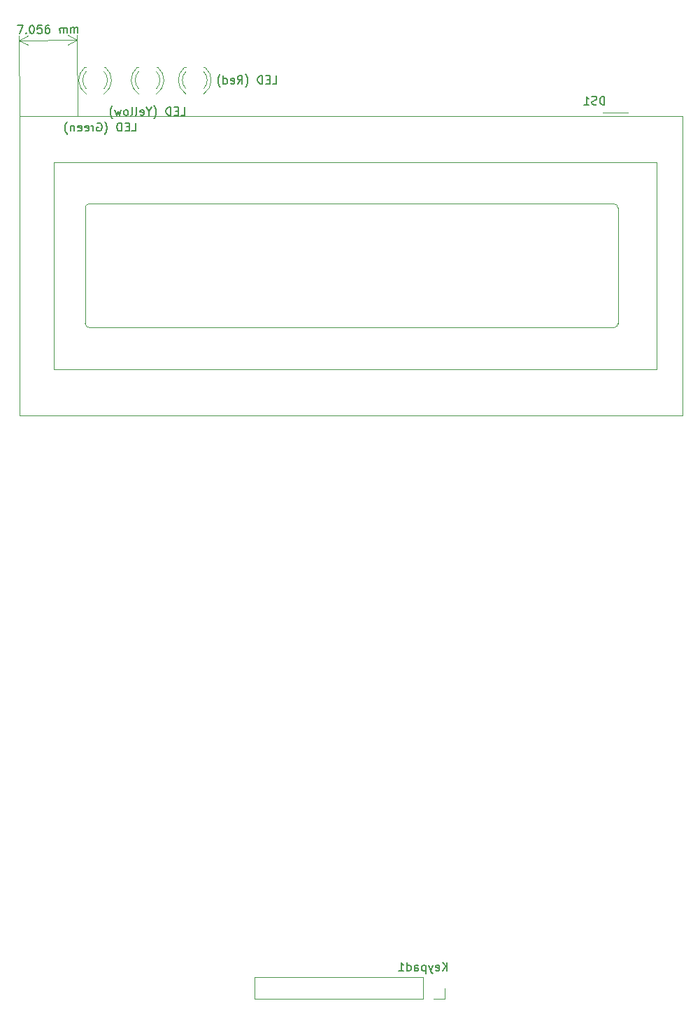
<source format=gbr>
G04 #@! TF.GenerationSoftware,KiCad,Pcbnew,(5.1.2)-1*
G04 #@! TF.CreationDate,2019-11-10T15:37:20+00:00*
G04 #@! TF.ProjectId,Keypad,4b657970-6164-42e6-9b69-6361645f7063,1*
G04 #@! TF.SameCoordinates,Original*
G04 #@! TF.FileFunction,Legend,Bot*
G04 #@! TF.FilePolarity,Positive*
%FSLAX46Y46*%
G04 Gerber Fmt 4.6, Leading zero omitted, Abs format (unit mm)*
G04 Created by KiCad (PCBNEW (5.1.2)-1) date 2019-11-10 15:37:20*
%MOMM*%
%LPD*%
G04 APERTURE LIST*
%ADD10C,0.150000*%
%ADD11C,0.120000*%
%ADD12C,0.100000*%
%ADD13C,3.102000*%
%ADD14O,1.902000X2.702000*%
%ADD15R,1.902000X2.702000*%
%ADD16O,1.702000X2.102000*%
%ADD17R,2.102000X2.102000*%
%ADD18C,2.202000*%
%ADD19O,1.802000X2.102000*%
%ADD20C,1.802000*%
%ADD21C,1.902000*%
%ADD22R,1.902000X1.902000*%
%ADD23O,1.802000X1.802000*%
%ADD24R,1.802000X1.802000*%
%ADD25O,1.702000X1.702000*%
%ADD26C,1.702000*%
%ADD27O,3.602000X2.302000*%
%ADD28O,2.602000X1.602000*%
%ADD29R,2.602000X1.602000*%
G04 APERTURE END LIST*
D10*
X109246046Y-32026939D02*
X109912688Y-32021121D01*
X109492859Y-33024823D01*
X110301521Y-32922525D02*
X110349554Y-32969726D01*
X110302352Y-33017759D01*
X110254319Y-32970557D01*
X110301521Y-32922525D01*
X110302352Y-33017759D01*
X110960267Y-32011979D02*
X111055501Y-32011148D01*
X111151151Y-32057934D01*
X111199184Y-32105136D01*
X111247632Y-32199955D01*
X111296912Y-32390008D01*
X111298990Y-32628095D01*
X111253035Y-32818979D01*
X111206248Y-32914629D01*
X111159047Y-32962662D01*
X111064228Y-33011110D01*
X110968993Y-33011941D01*
X110873343Y-32965155D01*
X110825311Y-32917953D01*
X110776862Y-32823135D01*
X110727583Y-32633081D01*
X110725505Y-32394995D01*
X110771460Y-32204111D01*
X110818246Y-32108460D01*
X110865448Y-32060428D01*
X110960267Y-32011979D01*
X112198315Y-32001175D02*
X111722143Y-32005331D01*
X111678681Y-32481918D01*
X111725883Y-32433886D01*
X111820701Y-32385437D01*
X112058788Y-32383360D01*
X112154438Y-32430146D01*
X112202470Y-32477347D01*
X112250919Y-32572166D01*
X112252997Y-32810253D01*
X112206210Y-32905903D01*
X112159009Y-32953935D01*
X112064190Y-33002384D01*
X111826104Y-33004461D01*
X111730454Y-32957675D01*
X111682421Y-32910474D01*
X113103042Y-31993280D02*
X112912573Y-31994942D01*
X112817755Y-32043390D01*
X112770553Y-32091423D01*
X112676565Y-32235106D01*
X112630610Y-32425990D01*
X112633934Y-32806928D01*
X112682383Y-32901747D01*
X112730415Y-32948949D01*
X112826066Y-32995735D01*
X113016534Y-32994073D01*
X113111353Y-32945624D01*
X113158555Y-32897592D01*
X113205341Y-32801942D01*
X113203263Y-32563855D01*
X113154815Y-32469036D01*
X113106782Y-32421835D01*
X113011132Y-32375049D01*
X112820663Y-32376711D01*
X112725844Y-32425159D01*
X112678643Y-32473192D01*
X112631857Y-32568842D01*
X114397434Y-32982022D02*
X114391617Y-32315380D01*
X114392448Y-32410615D02*
X114439649Y-32362582D01*
X114534468Y-32314134D01*
X114677320Y-32312887D01*
X114772970Y-32359673D01*
X114821418Y-32454492D01*
X114825989Y-32978282D01*
X114821418Y-32454492D02*
X114868204Y-32358842D01*
X114963023Y-32310394D01*
X115105875Y-32309147D01*
X115201525Y-32355933D01*
X115249973Y-32450752D01*
X115254544Y-32974542D01*
X115730717Y-32970386D02*
X115724899Y-32303745D01*
X115725730Y-32398980D02*
X115772932Y-32350947D01*
X115867751Y-32302498D01*
X116010603Y-32301252D01*
X116106253Y-32348038D01*
X116154701Y-32442857D01*
X116159272Y-32966646D01*
X116154701Y-32442857D02*
X116201487Y-32347207D01*
X116296306Y-32298758D01*
X116439158Y-32297512D01*
X116534808Y-32344298D01*
X116583256Y-32439117D01*
X116587827Y-32962906D01*
D11*
X109448670Y-33843691D02*
X116504034Y-33780458D01*
X109530636Y-42989233D02*
X109443414Y-33257294D01*
X116586000Y-42926000D02*
X116498778Y-33194061D01*
X116504034Y-33780458D02*
X115382831Y-34376951D01*
X116504034Y-33780458D02*
X115372320Y-33204157D01*
X109448670Y-33843691D02*
X110580384Y-34419992D01*
X109448670Y-33843691D02*
X110569873Y-33247198D01*
X186670636Y-73629233D02*
X186670636Y-48629233D01*
X113670636Y-73629233D02*
X186670636Y-73629233D01*
X113670636Y-48629233D02*
X113670636Y-73629233D01*
X186670636Y-48629233D02*
X113670636Y-48629233D01*
X181469976Y-53627693D02*
G75*
G02X181970356Y-54128073I0J-500380D01*
G01*
X181970356Y-68128553D02*
G75*
G02X181469976Y-68628933I-500380J0D01*
G01*
X117969976Y-68628933D02*
G75*
G02X117469596Y-68128553I0J500380D01*
G01*
X117470636Y-54129233D02*
G75*
G02X117970636Y-53629233I500000J0D01*
G01*
X117470636Y-54129233D02*
X117470636Y-68129233D01*
X117969976Y-68629233D02*
X181470636Y-68629233D01*
X181970356Y-68128553D02*
X181970356Y-54129233D01*
X181470636Y-53629233D02*
X117970636Y-53629233D01*
X183170636Y-42629233D02*
X180170636Y-42629233D01*
X189800636Y-42989233D02*
X189010636Y-42989233D01*
X189810636Y-42989233D02*
X189810636Y-79269233D01*
X109530636Y-42989233D02*
X189010636Y-42989233D01*
X109530636Y-79269233D02*
X109530636Y-42989233D01*
X189810636Y-79269233D02*
X109530636Y-79269233D01*
X131812585Y-37102360D02*
X131968585Y-37102360D01*
X129496585Y-37102360D02*
X129652585Y-37102360D01*
X131812422Y-39703490D02*
G75*
G03X131812585Y-37621399I-1079837J1041130D01*
G01*
X129652748Y-39703490D02*
G75*
G02X129652585Y-37621399I1079837J1041130D01*
G01*
X131811193Y-40334695D02*
G75*
G03X131968101Y-37102360I-1078608J1672335D01*
G01*
X129653977Y-40334695D02*
G75*
G02X129497069Y-37102360I1078608J1672335D01*
G01*
X126097585Y-37102360D02*
X126253585Y-37102360D01*
X123781585Y-37102360D02*
X123937585Y-37102360D01*
X126097422Y-39703490D02*
G75*
G03X126097585Y-37621399I-1079837J1041130D01*
G01*
X123937748Y-39703490D02*
G75*
G02X123937585Y-37621399I1079837J1041130D01*
G01*
X126096193Y-40334695D02*
G75*
G03X126253101Y-37102360I-1078608J1672335D01*
G01*
X123938977Y-40334695D02*
G75*
G02X123782069Y-37102360I1078608J1672335D01*
G01*
X119747585Y-37102360D02*
X119903585Y-37102360D01*
X117431585Y-37102360D02*
X117587585Y-37102360D01*
X119747422Y-39703490D02*
G75*
G03X119747585Y-37621399I-1079837J1041130D01*
G01*
X117587748Y-39703490D02*
G75*
G02X117587585Y-37621399I1079837J1041130D01*
G01*
X119746193Y-40334695D02*
G75*
G03X119903101Y-37102360I-1078608J1672335D01*
G01*
X117588977Y-40334695D02*
G75*
G02X117432069Y-37102360I1078608J1672335D01*
G01*
X160990000Y-149904501D02*
X160990000Y-148574501D01*
X159660000Y-149904501D02*
X160990000Y-149904501D01*
X158390000Y-149904501D02*
X158390000Y-147244501D01*
X158390000Y-147244501D02*
X138010000Y-147244501D01*
X158390000Y-149904501D02*
X138010000Y-149904501D01*
X138010000Y-149904501D02*
X138010000Y-147244501D01*
D10*
X180344921Y-41636613D02*
X180344921Y-40636613D01*
X180106826Y-40636613D01*
X179963969Y-40684233D01*
X179868731Y-40779471D01*
X179821112Y-40874709D01*
X179773493Y-41065185D01*
X179773493Y-41208042D01*
X179821112Y-41398518D01*
X179868731Y-41493756D01*
X179963969Y-41588994D01*
X180106826Y-41636613D01*
X180344921Y-41636613D01*
X179392540Y-41588994D02*
X179249683Y-41636613D01*
X179011588Y-41636613D01*
X178916350Y-41588994D01*
X178868731Y-41541375D01*
X178821112Y-41446137D01*
X178821112Y-41350899D01*
X178868731Y-41255661D01*
X178916350Y-41208042D01*
X179011588Y-41160423D01*
X179202064Y-41112804D01*
X179297302Y-41065185D01*
X179344921Y-41017566D01*
X179392540Y-40922328D01*
X179392540Y-40827090D01*
X179344921Y-40731852D01*
X179297302Y-40684233D01*
X179202064Y-40636613D01*
X178963969Y-40636613D01*
X178821112Y-40684233D01*
X177868731Y-41636613D02*
X178440159Y-41636613D01*
X178154445Y-41636613D02*
X178154445Y-40636613D01*
X178249683Y-40779471D01*
X178344921Y-40874709D01*
X178440159Y-40922328D01*
X140154013Y-39114740D02*
X140630204Y-39114740D01*
X140630204Y-38114740D01*
X139820680Y-38590931D02*
X139487346Y-38590931D01*
X139344489Y-39114740D02*
X139820680Y-39114740D01*
X139820680Y-38114740D01*
X139344489Y-38114740D01*
X138915918Y-39114740D02*
X138915918Y-38114740D01*
X138677823Y-38114740D01*
X138534965Y-38162360D01*
X138439727Y-38257598D01*
X138392108Y-38352836D01*
X138344489Y-38543312D01*
X138344489Y-38686169D01*
X138392108Y-38876645D01*
X138439727Y-38971883D01*
X138534965Y-39067121D01*
X138677823Y-39114740D01*
X138915918Y-39114740D01*
X136868299Y-39495693D02*
X136915918Y-39448074D01*
X137011156Y-39305217D01*
X137058775Y-39209979D01*
X137106394Y-39067121D01*
X137154013Y-38829026D01*
X137154013Y-38638550D01*
X137106394Y-38400455D01*
X137058775Y-38257598D01*
X137011156Y-38162360D01*
X136915918Y-38019502D01*
X136868299Y-37971883D01*
X135915918Y-39114740D02*
X136249251Y-38638550D01*
X136487346Y-39114740D02*
X136487346Y-38114740D01*
X136106394Y-38114740D01*
X136011156Y-38162360D01*
X135963537Y-38209979D01*
X135915918Y-38305217D01*
X135915918Y-38448074D01*
X135963537Y-38543312D01*
X136011156Y-38590931D01*
X136106394Y-38638550D01*
X136487346Y-38638550D01*
X135106394Y-39067121D02*
X135201632Y-39114740D01*
X135392108Y-39114740D01*
X135487346Y-39067121D01*
X135534965Y-38971883D01*
X135534965Y-38590931D01*
X135487346Y-38495693D01*
X135392108Y-38448074D01*
X135201632Y-38448074D01*
X135106394Y-38495693D01*
X135058775Y-38590931D01*
X135058775Y-38686169D01*
X135534965Y-38781407D01*
X134201632Y-39114740D02*
X134201632Y-38114740D01*
X134201632Y-39067121D02*
X134296870Y-39114740D01*
X134487346Y-39114740D01*
X134582585Y-39067121D01*
X134630204Y-39019502D01*
X134677823Y-38924264D01*
X134677823Y-38638550D01*
X134630204Y-38543312D01*
X134582585Y-38495693D01*
X134487346Y-38448074D01*
X134296870Y-38448074D01*
X134201632Y-38495693D01*
X133820680Y-39495693D02*
X133773061Y-39448074D01*
X133677823Y-39305217D01*
X133630204Y-39209979D01*
X133582585Y-39067121D01*
X133534965Y-38829026D01*
X133534965Y-38638550D01*
X133582585Y-38400455D01*
X133630204Y-38257598D01*
X133677823Y-38162360D01*
X133773061Y-38019502D01*
X133820680Y-37971883D01*
X129065204Y-42924740D02*
X129541394Y-42924740D01*
X129541394Y-41924740D01*
X128731870Y-42400931D02*
X128398537Y-42400931D01*
X128255680Y-42924740D02*
X128731870Y-42924740D01*
X128731870Y-41924740D01*
X128255680Y-41924740D01*
X127827108Y-42924740D02*
X127827108Y-41924740D01*
X127589013Y-41924740D01*
X127446156Y-41972360D01*
X127350918Y-42067598D01*
X127303299Y-42162836D01*
X127255680Y-42353312D01*
X127255680Y-42496169D01*
X127303299Y-42686645D01*
X127350918Y-42781883D01*
X127446156Y-42877121D01*
X127589013Y-42924740D01*
X127827108Y-42924740D01*
X125779489Y-43305693D02*
X125827108Y-43258074D01*
X125922346Y-43115217D01*
X125969965Y-43019979D01*
X126017585Y-42877121D01*
X126065204Y-42639026D01*
X126065204Y-42448550D01*
X126017585Y-42210455D01*
X125969965Y-42067598D01*
X125922346Y-41972360D01*
X125827108Y-41829502D01*
X125779489Y-41781883D01*
X125208061Y-42448550D02*
X125208061Y-42924740D01*
X125541394Y-41924740D02*
X125208061Y-42448550D01*
X124874727Y-41924740D01*
X124160442Y-42877121D02*
X124255680Y-42924740D01*
X124446156Y-42924740D01*
X124541394Y-42877121D01*
X124589013Y-42781883D01*
X124589013Y-42400931D01*
X124541394Y-42305693D01*
X124446156Y-42258074D01*
X124255680Y-42258074D01*
X124160442Y-42305693D01*
X124112823Y-42400931D01*
X124112823Y-42496169D01*
X124589013Y-42591407D01*
X123541394Y-42924740D02*
X123636632Y-42877121D01*
X123684251Y-42781883D01*
X123684251Y-41924740D01*
X123017585Y-42924740D02*
X123112823Y-42877121D01*
X123160442Y-42781883D01*
X123160442Y-41924740D01*
X122493775Y-42924740D02*
X122589013Y-42877121D01*
X122636632Y-42829502D01*
X122684251Y-42734264D01*
X122684251Y-42448550D01*
X122636632Y-42353312D01*
X122589013Y-42305693D01*
X122493775Y-42258074D01*
X122350918Y-42258074D01*
X122255680Y-42305693D01*
X122208061Y-42353312D01*
X122160442Y-42448550D01*
X122160442Y-42734264D01*
X122208061Y-42829502D01*
X122255680Y-42877121D01*
X122350918Y-42924740D01*
X122493775Y-42924740D01*
X121827108Y-42258074D02*
X121636632Y-42924740D01*
X121446156Y-42448550D01*
X121255680Y-42924740D01*
X121065204Y-42258074D01*
X120779489Y-43305693D02*
X120731870Y-43258074D01*
X120636632Y-43115217D01*
X120589013Y-43019979D01*
X120541394Y-42877121D01*
X120493775Y-42639026D01*
X120493775Y-42448550D01*
X120541394Y-42210455D01*
X120589013Y-42067598D01*
X120636632Y-41972360D01*
X120731870Y-41829502D01*
X120779489Y-41781883D01*
X123112108Y-44829740D02*
X123588299Y-44829740D01*
X123588299Y-43829740D01*
X122778775Y-44305931D02*
X122445442Y-44305931D01*
X122302585Y-44829740D02*
X122778775Y-44829740D01*
X122778775Y-43829740D01*
X122302585Y-43829740D01*
X121874013Y-44829740D02*
X121874013Y-43829740D01*
X121635918Y-43829740D01*
X121493061Y-43877360D01*
X121397823Y-43972598D01*
X121350204Y-44067836D01*
X121302585Y-44258312D01*
X121302585Y-44401169D01*
X121350204Y-44591645D01*
X121397823Y-44686883D01*
X121493061Y-44782121D01*
X121635918Y-44829740D01*
X121874013Y-44829740D01*
X119826394Y-45210693D02*
X119874013Y-45163074D01*
X119969251Y-45020217D01*
X120016870Y-44924979D01*
X120064489Y-44782121D01*
X120112108Y-44544026D01*
X120112108Y-44353550D01*
X120064489Y-44115455D01*
X120016870Y-43972598D01*
X119969251Y-43877360D01*
X119874013Y-43734502D01*
X119826394Y-43686883D01*
X118921632Y-43877360D02*
X119016870Y-43829740D01*
X119159727Y-43829740D01*
X119302585Y-43877360D01*
X119397823Y-43972598D01*
X119445442Y-44067836D01*
X119493061Y-44258312D01*
X119493061Y-44401169D01*
X119445442Y-44591645D01*
X119397823Y-44686883D01*
X119302585Y-44782121D01*
X119159727Y-44829740D01*
X119064489Y-44829740D01*
X118921632Y-44782121D01*
X118874013Y-44734502D01*
X118874013Y-44401169D01*
X119064489Y-44401169D01*
X118445442Y-44829740D02*
X118445442Y-44163074D01*
X118445442Y-44353550D02*
X118397823Y-44258312D01*
X118350204Y-44210693D01*
X118254965Y-44163074D01*
X118159727Y-44163074D01*
X117445442Y-44782121D02*
X117540680Y-44829740D01*
X117731156Y-44829740D01*
X117826394Y-44782121D01*
X117874013Y-44686883D01*
X117874013Y-44305931D01*
X117826394Y-44210693D01*
X117731156Y-44163074D01*
X117540680Y-44163074D01*
X117445442Y-44210693D01*
X117397823Y-44305931D01*
X117397823Y-44401169D01*
X117874013Y-44496407D01*
X116588299Y-44782121D02*
X116683537Y-44829740D01*
X116874013Y-44829740D01*
X116969251Y-44782121D01*
X117016870Y-44686883D01*
X117016870Y-44305931D01*
X116969251Y-44210693D01*
X116874013Y-44163074D01*
X116683537Y-44163074D01*
X116588299Y-44210693D01*
X116540680Y-44305931D01*
X116540680Y-44401169D01*
X117016870Y-44496407D01*
X116112108Y-44163074D02*
X116112108Y-44829740D01*
X116112108Y-44258312D02*
X116064489Y-44210693D01*
X115969251Y-44163074D01*
X115826394Y-44163074D01*
X115731156Y-44210693D01*
X115683537Y-44305931D01*
X115683537Y-44829740D01*
X115302585Y-45210693D02*
X115254965Y-45163074D01*
X115159727Y-45020217D01*
X115112108Y-44924979D01*
X115064489Y-44782121D01*
X115016870Y-44544026D01*
X115016870Y-44353550D01*
X115064489Y-44115455D01*
X115112108Y-43972598D01*
X115159727Y-43877360D01*
X115254965Y-43734502D01*
X115302585Y-43686883D01*
X161294761Y-146486881D02*
X161294761Y-145486881D01*
X160723333Y-146486881D02*
X161151904Y-145915453D01*
X160723333Y-145486881D02*
X161294761Y-146058310D01*
X159913809Y-146439262D02*
X160009047Y-146486881D01*
X160199523Y-146486881D01*
X160294761Y-146439262D01*
X160342380Y-146344024D01*
X160342380Y-145963072D01*
X160294761Y-145867834D01*
X160199523Y-145820215D01*
X160009047Y-145820215D01*
X159913809Y-145867834D01*
X159866190Y-145963072D01*
X159866190Y-146058310D01*
X160342380Y-146153548D01*
X159532857Y-145820215D02*
X159294761Y-146486881D01*
X159056666Y-145820215D02*
X159294761Y-146486881D01*
X159390000Y-146724977D01*
X159437619Y-146772596D01*
X159532857Y-146820215D01*
X158675714Y-145820215D02*
X158675714Y-146820215D01*
X158675714Y-145867834D02*
X158580476Y-145820215D01*
X158390000Y-145820215D01*
X158294761Y-145867834D01*
X158247142Y-145915453D01*
X158199523Y-146010691D01*
X158199523Y-146296405D01*
X158247142Y-146391643D01*
X158294761Y-146439262D01*
X158390000Y-146486881D01*
X158580476Y-146486881D01*
X158675714Y-146439262D01*
X157342380Y-146486881D02*
X157342380Y-145963072D01*
X157390000Y-145867834D01*
X157485238Y-145820215D01*
X157675714Y-145820215D01*
X157770952Y-145867834D01*
X157342380Y-146439262D02*
X157437619Y-146486881D01*
X157675714Y-146486881D01*
X157770952Y-146439262D01*
X157818571Y-146344024D01*
X157818571Y-146248786D01*
X157770952Y-146153548D01*
X157675714Y-146105929D01*
X157437619Y-146105929D01*
X157342380Y-146058310D01*
X156437619Y-146486881D02*
X156437619Y-145486881D01*
X156437619Y-146439262D02*
X156532857Y-146486881D01*
X156723333Y-146486881D01*
X156818571Y-146439262D01*
X156866190Y-146391643D01*
X156913809Y-146296405D01*
X156913809Y-146010691D01*
X156866190Y-145915453D01*
X156818571Y-145867834D01*
X156723333Y-145820215D01*
X156532857Y-145820215D01*
X156437619Y-145867834D01*
X155437619Y-146486881D02*
X156009047Y-146486881D01*
X155723333Y-146486881D02*
X155723333Y-145486881D01*
X155818571Y-145629739D01*
X155913809Y-145724977D01*
X156009047Y-145772596D01*
%LPC*%
D12*
G36*
X190500000Y-170180000D02*
G01*
X109474000Y-170180000D01*
X109474000Y-155448000D01*
X190500000Y-155448000D01*
X190500000Y-170180000D01*
G37*
X190500000Y-170180000D02*
X109474000Y-170180000D01*
X109474000Y-155448000D01*
X190500000Y-155448000D01*
X190500000Y-170180000D01*
D13*
X112170636Y-45629233D03*
X112171156Y-76629933D03*
X187169736Y-76629933D03*
X187169736Y-45629233D03*
D14*
X143570636Y-45629233D03*
X146110636Y-45629233D03*
X148650636Y-45629233D03*
X151190636Y-45629233D03*
X153730636Y-45629233D03*
X156270636Y-45629233D03*
X158810636Y-45629233D03*
X161350636Y-45629233D03*
X163890636Y-45629233D03*
X166430636Y-45629233D03*
X168970636Y-45629233D03*
X171510636Y-45629233D03*
X174050636Y-45629233D03*
X176590636Y-45629233D03*
X179130636Y-45629233D03*
D15*
X181670636Y-45629233D03*
D16*
X119380000Y-98425000D03*
X121920000Y-98425000D03*
X124460000Y-98425000D03*
X127000000Y-98425000D03*
X129540000Y-98425000D03*
X132080000Y-98425000D03*
X134620000Y-98425000D03*
X137160000Y-98425000D03*
X137160000Y-121285000D03*
X134620000Y-121285000D03*
X132080000Y-121285000D03*
X129540000Y-121285000D03*
X127000000Y-121285000D03*
X124460000Y-121285000D03*
D17*
X119380000Y-121285000D03*
D16*
X121920000Y-121285000D03*
D18*
X153750000Y-97660000D03*
X156250000Y-99910000D03*
X156250000Y-94910000D03*
D19*
X132040000Y-145415000D03*
D12*
G36*
X130201975Y-144365276D02*
G01*
X130227699Y-144369092D01*
X130252925Y-144375411D01*
X130277411Y-144384172D01*
X130300920Y-144395291D01*
X130323226Y-144408661D01*
X130344114Y-144424152D01*
X130363383Y-144441617D01*
X130380848Y-144460886D01*
X130396339Y-144481774D01*
X130409709Y-144504080D01*
X130420828Y-144527589D01*
X130429589Y-144552075D01*
X130435908Y-144577301D01*
X130439724Y-144603025D01*
X130441000Y-144629000D01*
X130441000Y-146201000D01*
X130439724Y-146226975D01*
X130435908Y-146252699D01*
X130429589Y-146277925D01*
X130420828Y-146302411D01*
X130409709Y-146325920D01*
X130396339Y-146348226D01*
X130380848Y-146369114D01*
X130363383Y-146388383D01*
X130344114Y-146405848D01*
X130323226Y-146421339D01*
X130300920Y-146434709D01*
X130277411Y-146445828D01*
X130252925Y-146454589D01*
X130227699Y-146460908D01*
X130201975Y-146464724D01*
X130176000Y-146466000D01*
X128904000Y-146466000D01*
X128878025Y-146464724D01*
X128852301Y-146460908D01*
X128827075Y-146454589D01*
X128802589Y-146445828D01*
X128779080Y-146434709D01*
X128756774Y-146421339D01*
X128735886Y-146405848D01*
X128716617Y-146388383D01*
X128699152Y-146369114D01*
X128683661Y-146348226D01*
X128670291Y-146325920D01*
X128659172Y-146302411D01*
X128650411Y-146277925D01*
X128644092Y-146252699D01*
X128640276Y-146226975D01*
X128639000Y-146201000D01*
X128639000Y-144629000D01*
X128640276Y-144603025D01*
X128644092Y-144577301D01*
X128650411Y-144552075D01*
X128659172Y-144527589D01*
X128670291Y-144504080D01*
X128683661Y-144481774D01*
X128699152Y-144460886D01*
X128716617Y-144441617D01*
X128735886Y-144424152D01*
X128756774Y-144408661D01*
X128779080Y-144395291D01*
X128802589Y-144384172D01*
X128827075Y-144375411D01*
X128852301Y-144369092D01*
X128878025Y-144365276D01*
X128904000Y-144364000D01*
X130176000Y-144364000D01*
X130201975Y-144365276D01*
X130201975Y-144365276D01*
G37*
D20*
X129540000Y-145415000D03*
D21*
X130732585Y-39932360D03*
D22*
X130732585Y-37392360D03*
D21*
X125017585Y-39932360D03*
D22*
X125017585Y-37392360D03*
D21*
X118667585Y-39932360D03*
D22*
X118667585Y-37392360D03*
D23*
X184785000Y-84455000D03*
X182245000Y-84455000D03*
X179705000Y-84455000D03*
D24*
X177165000Y-84455000D03*
D23*
X173355000Y-123190000D03*
X173355000Y-120650000D03*
X173355000Y-118110000D03*
X173355000Y-115570000D03*
X173355000Y-113030000D03*
X173355000Y-110490000D03*
X173355000Y-107950000D03*
X173355000Y-105410000D03*
X173355000Y-102870000D03*
X173355000Y-100330000D03*
X173355000Y-97790000D03*
X173355000Y-95250000D03*
X173355000Y-92710000D03*
X173355000Y-90170000D03*
X173355000Y-87630000D03*
D24*
X173355000Y-85090000D03*
D23*
X139340000Y-148574501D03*
X141880000Y-148574501D03*
X144420000Y-148574501D03*
X146960000Y-148574501D03*
X149500000Y-148574501D03*
X152040000Y-148574501D03*
X154580000Y-148574501D03*
X157120000Y-148574501D03*
D24*
X159660000Y-148574501D03*
D25*
X128270000Y-81280000D03*
D26*
X128270000Y-91440000D03*
D25*
X121920000Y-81280000D03*
D26*
X121920000Y-91440000D03*
D25*
X115570000Y-81280000D03*
D26*
X115570000Y-91440000D03*
D25*
X134620000Y-81280000D03*
D26*
X134620000Y-91440000D03*
D25*
X125730000Y-127635000D03*
D26*
X125730000Y-137795000D03*
D27*
X114300000Y-143895000D03*
X114300000Y-135695000D03*
D28*
X114300000Y-141795000D03*
X114300000Y-139795000D03*
D29*
X114300000Y-137795000D03*
M02*

</source>
